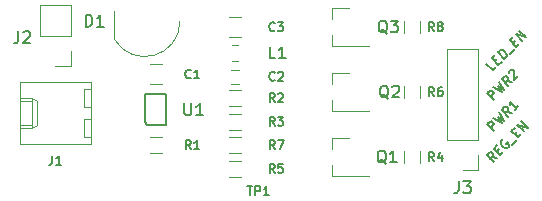
<source format=gto>
G04 #@! TF.GenerationSoftware,KiCad,Pcbnew,5.0.2-bee76a0~70~ubuntu16.04.1*
G04 #@! TF.CreationDate,2019-01-02T15:35:10+05:30*
G04 #@! TF.ProjectId,Ap3403_LED_test,41703334-3033-45f4-9c45-445f74657374,rev?*
G04 #@! TF.SameCoordinates,Original*
G04 #@! TF.FileFunction,Legend,Top*
G04 #@! TF.FilePolarity,Positive*
%FSLAX46Y46*%
G04 Gerber Fmt 4.6, Leading zero omitted, Abs format (unit mm)*
G04 Created by KiCad (PCBNEW 5.0.2-bee76a0~70~ubuntu16.04.1) date Wed Jan  2 15:35:10 2019*
%MOMM*%
%LPD*%
G01*
G04 APERTURE LIST*
%ADD10C,0.200000*%
%ADD11C,0.150000*%
%ADD12C,0.120000*%
G04 APERTURE END LIST*
D10*
X54924534Y-190887276D02*
X54466598Y-190806463D01*
X54601285Y-191210524D02*
X54035600Y-190644839D01*
X54251099Y-190429340D01*
X54331911Y-190402402D01*
X54385786Y-190402402D01*
X54466598Y-190429340D01*
X54547410Y-190510152D01*
X54574348Y-190590964D01*
X54574348Y-190644839D01*
X54547410Y-190725651D01*
X54331911Y-190941150D01*
X54870659Y-190348528D02*
X55059221Y-190159966D01*
X55436345Y-190375465D02*
X55166971Y-190644839D01*
X54601285Y-190079154D01*
X54870659Y-189809780D01*
X55436345Y-189297969D02*
X55355532Y-189324906D01*
X55274720Y-189405719D01*
X55220845Y-189513468D01*
X55220845Y-189621218D01*
X55247783Y-189702030D01*
X55328595Y-189836717D01*
X55409407Y-189917529D01*
X55544094Y-189998341D01*
X55624906Y-190025279D01*
X55732656Y-190025279D01*
X55840406Y-189971404D01*
X55894280Y-189917529D01*
X55948155Y-189809780D01*
X55948155Y-189755905D01*
X55759593Y-189567343D01*
X55651844Y-189675093D01*
X56163654Y-189755905D02*
X56594653Y-189324906D01*
X56379154Y-188840033D02*
X56567715Y-188651471D01*
X56944839Y-188866971D02*
X56675465Y-189136345D01*
X56109780Y-188570659D01*
X56379154Y-188301285D01*
X57187276Y-188624534D02*
X56621590Y-188058849D01*
X57510524Y-188301285D01*
X56944839Y-187735600D01*
X54632284Y-188579526D02*
X54066598Y-188013841D01*
X54282097Y-187798341D01*
X54362910Y-187771404D01*
X54416784Y-187771404D01*
X54497597Y-187798341D01*
X54578409Y-187879154D01*
X54605346Y-187959966D01*
X54605346Y-188013841D01*
X54578409Y-188094653D01*
X54362910Y-188310152D01*
X54578409Y-187502030D02*
X55278781Y-187933028D01*
X54982470Y-187421218D01*
X55494280Y-187717529D01*
X55063282Y-187017157D01*
X56167715Y-187044094D02*
X55709780Y-186963282D01*
X55844467Y-187367343D02*
X55278781Y-186801658D01*
X55494280Y-186586158D01*
X55575093Y-186559221D01*
X55628967Y-186559221D01*
X55709780Y-186586158D01*
X55790592Y-186666971D01*
X55817529Y-186747783D01*
X55817529Y-186801658D01*
X55790592Y-186882470D01*
X55575093Y-187097969D01*
X56706463Y-186505346D02*
X56383215Y-186828595D01*
X56544839Y-186666971D02*
X55979154Y-186101285D01*
X56006091Y-186235972D01*
X56006091Y-186343722D01*
X55979154Y-186424534D01*
X54632284Y-185979526D02*
X54066598Y-185413841D01*
X54282097Y-185198341D01*
X54362910Y-185171404D01*
X54416784Y-185171404D01*
X54497597Y-185198341D01*
X54578409Y-185279154D01*
X54605346Y-185359966D01*
X54605346Y-185413841D01*
X54578409Y-185494653D01*
X54362910Y-185710152D01*
X54578409Y-184902030D02*
X55278781Y-185333028D01*
X54982470Y-184821218D01*
X55494280Y-185117529D01*
X55063282Y-184417157D01*
X56167715Y-184444094D02*
X55709780Y-184363282D01*
X55844467Y-184767343D02*
X55278781Y-184201658D01*
X55494280Y-183986158D01*
X55575093Y-183959221D01*
X55628967Y-183959221D01*
X55709780Y-183986158D01*
X55790592Y-184066971D01*
X55817529Y-184147783D01*
X55817529Y-184201658D01*
X55790592Y-184282470D01*
X55575093Y-184497969D01*
X55871404Y-183716784D02*
X55871404Y-183662910D01*
X55898341Y-183582097D01*
X56033028Y-183447410D01*
X56113841Y-183420473D01*
X56167715Y-183420473D01*
X56248528Y-183447410D01*
X56302402Y-183501285D01*
X56356277Y-183609035D01*
X56356277Y-184255532D01*
X56706463Y-183905346D01*
X54824534Y-183187276D02*
X54555160Y-183456650D01*
X53989475Y-182890964D01*
X54716784Y-182702402D02*
X54905346Y-182513841D01*
X55282470Y-182729340D02*
X55013096Y-182998714D01*
X54447410Y-182433028D01*
X54716784Y-182163654D01*
X55524906Y-182486903D02*
X54959221Y-181921218D01*
X55093908Y-181786531D01*
X55201658Y-181732656D01*
X55309407Y-181732656D01*
X55390219Y-181759593D01*
X55524906Y-181840406D01*
X55605719Y-181921218D01*
X55686531Y-182055905D01*
X55713468Y-182136717D01*
X55713468Y-182244467D01*
X55659593Y-182352216D01*
X55524906Y-182486903D01*
X56009780Y-182109780D02*
X56440778Y-181678781D01*
X56225279Y-181193908D02*
X56413841Y-181005346D01*
X56790964Y-181220845D02*
X56521590Y-181490219D01*
X55955905Y-180924534D01*
X56225279Y-180655160D01*
X57033401Y-180978409D02*
X56467715Y-180412723D01*
X57356650Y-180655160D01*
X56790964Y-180089475D01*
D11*
G04 #@! TO.C,U1*
X25100000Y-187800000D02*
X25300000Y-188100000D01*
X25300000Y-188100000D02*
X26900000Y-188100000D01*
X25100000Y-187800000D02*
X25100000Y-185500000D01*
X25100000Y-185500000D02*
X26900000Y-185500000D01*
X26900000Y-185500000D02*
X26900000Y-188100000D01*
D12*
G04 #@! TO.C,D1*
X28060000Y-179299538D02*
G75*
G02X22510000Y-180844830I-2990000J-462D01*
G01*
X22510000Y-178400000D02*
X22510000Y-180845000D01*
G04 #@! TO.C,Q2*
X40940000Y-183720000D02*
X40940000Y-184650000D01*
X40940000Y-186880000D02*
X40940000Y-185950000D01*
X40940000Y-186880000D02*
X44100000Y-186880000D01*
X40940000Y-183720000D02*
X42400000Y-183720000D01*
G04 #@! TO.C,C1*
X25500000Y-184650000D02*
X26500000Y-184650000D01*
X26500000Y-182950000D02*
X25500000Y-182950000D01*
G04 #@! TO.C,C2*
X32350000Y-183400000D02*
X33050000Y-183400000D01*
X33050000Y-184600000D02*
X32350000Y-184600000D01*
G04 #@! TO.C,C3*
X33200000Y-178950000D02*
X32200000Y-178950000D01*
X32200000Y-180650000D02*
X33200000Y-180650000D01*
G04 #@! TO.C,J1*
X19900000Y-189140000D02*
X20520000Y-189140000D01*
X19900000Y-187540000D02*
X19900000Y-189140000D01*
X20520000Y-187540000D02*
X19900000Y-187540000D01*
X19900000Y-186600000D02*
X20520000Y-186600000D01*
X19900000Y-185000000D02*
X19900000Y-186600000D01*
X20520000Y-185000000D02*
X19900000Y-185000000D01*
X14520000Y-188090000D02*
X15520000Y-188090000D01*
X14520000Y-186050000D02*
X15520000Y-186050000D01*
X15950000Y-188090000D02*
X15520000Y-188340000D01*
X15950000Y-186050000D02*
X15950000Y-188090000D01*
X15520000Y-185800000D02*
X15950000Y-186050000D01*
X15520000Y-188340000D02*
X14520000Y-188340000D01*
X15520000Y-185800000D02*
X15520000Y-188340000D01*
X14520000Y-185800000D02*
X15520000Y-185800000D01*
X20520000Y-189710000D02*
X20520000Y-184430000D01*
X14520000Y-189710000D02*
X20520000Y-189710000D01*
X14520000Y-184430000D02*
X14520000Y-189710000D01*
X20520000Y-184430000D02*
X14520000Y-184430000D01*
G04 #@! TO.C,J2*
X18830000Y-177930000D02*
X16170000Y-177930000D01*
X18830000Y-180530000D02*
X18830000Y-177930000D01*
X16170000Y-180530000D02*
X16170000Y-177930000D01*
X18830000Y-180530000D02*
X16170000Y-180530000D01*
X18830000Y-181800000D02*
X18830000Y-183130000D01*
X18830000Y-183130000D02*
X17500000Y-183130000D01*
G04 #@! TO.C,J3*
X53330000Y-181650000D02*
X50670000Y-181650000D01*
X53330000Y-189330000D02*
X53330000Y-181650000D01*
X50670000Y-189330000D02*
X50670000Y-181650000D01*
X53330000Y-189330000D02*
X50670000Y-189330000D01*
X53330000Y-190600000D02*
X53330000Y-191930000D01*
X53330000Y-191930000D02*
X52000000Y-191930000D01*
G04 #@! TO.C,Q1*
X40940000Y-189220000D02*
X40940000Y-190150000D01*
X40940000Y-192380000D02*
X40940000Y-191450000D01*
X40940000Y-192380000D02*
X44100000Y-192380000D01*
X40940000Y-189220000D02*
X42400000Y-189220000D01*
G04 #@! TO.C,Q3*
X40940000Y-178220000D02*
X42400000Y-178220000D01*
X40940000Y-181380000D02*
X44100000Y-181380000D01*
X40940000Y-181380000D02*
X40940000Y-180450000D01*
X40940000Y-178220000D02*
X40940000Y-179150000D01*
G04 #@! TO.C,R1*
X25500000Y-189120000D02*
X26500000Y-189120000D01*
X26500000Y-190480000D02*
X25500000Y-190480000D01*
G04 #@! TO.C,R2*
X33200000Y-186480000D02*
X32200000Y-186480000D01*
X32200000Y-185120000D02*
X33200000Y-185120000D01*
G04 #@! TO.C,R3*
X33200000Y-188480000D02*
X32200000Y-188480000D01*
X32200000Y-187120000D02*
X33200000Y-187120000D01*
G04 #@! TO.C,R4*
X48380000Y-190300000D02*
X48380000Y-191300000D01*
X47020000Y-191300000D02*
X47020000Y-190300000D01*
G04 #@! TO.C,R5*
X32200000Y-191120000D02*
X33200000Y-191120000D01*
X33200000Y-192480000D02*
X32200000Y-192480000D01*
G04 #@! TO.C,R6*
X47020000Y-185800000D02*
X47020000Y-184800000D01*
X48380000Y-184800000D02*
X48380000Y-185800000D01*
G04 #@! TO.C,R7*
X33200000Y-190480000D02*
X32200000Y-190480000D01*
X32200000Y-189120000D02*
X33200000Y-189120000D01*
G04 #@! TO.C,R8*
X48380000Y-179300000D02*
X48380000Y-180300000D01*
X47020000Y-180300000D02*
X47020000Y-179300000D01*
G04 #@! TO.C,L1*
X32438748Y-181290000D02*
X32961252Y-181290000D01*
X32438748Y-182710000D02*
X32961252Y-182710000D01*
G04 #@! TO.C,U1*
D11*
X28438095Y-186252380D02*
X28438095Y-187061904D01*
X28485714Y-187157142D01*
X28533333Y-187204761D01*
X28628571Y-187252380D01*
X28819047Y-187252380D01*
X28914285Y-187204761D01*
X28961904Y-187157142D01*
X29009523Y-187061904D01*
X29009523Y-186252380D01*
X30009523Y-187252380D02*
X29438095Y-187252380D01*
X29723809Y-187252380D02*
X29723809Y-186252380D01*
X29628571Y-186395238D01*
X29533333Y-186490476D01*
X29438095Y-186538095D01*
G04 #@! TO.C,D1*
X20061904Y-179752380D02*
X20061904Y-178752380D01*
X20300000Y-178752380D01*
X20442857Y-178800000D01*
X20538095Y-178895238D01*
X20585714Y-178990476D01*
X20633333Y-179180952D01*
X20633333Y-179323809D01*
X20585714Y-179514285D01*
X20538095Y-179609523D01*
X20442857Y-179704761D01*
X20300000Y-179752380D01*
X20061904Y-179752380D01*
X21585714Y-179752380D02*
X21014285Y-179752380D01*
X21300000Y-179752380D02*
X21300000Y-178752380D01*
X21204761Y-178895238D01*
X21109523Y-178990476D01*
X21014285Y-179038095D01*
G04 #@! TO.C,Q2*
X45704761Y-185847619D02*
X45609523Y-185800000D01*
X45514285Y-185704761D01*
X45371428Y-185561904D01*
X45276190Y-185514285D01*
X45180952Y-185514285D01*
X45228571Y-185752380D02*
X45133333Y-185704761D01*
X45038095Y-185609523D01*
X44990476Y-185419047D01*
X44990476Y-185085714D01*
X45038095Y-184895238D01*
X45133333Y-184800000D01*
X45228571Y-184752380D01*
X45419047Y-184752380D01*
X45514285Y-184800000D01*
X45609523Y-184895238D01*
X45657142Y-185085714D01*
X45657142Y-185419047D01*
X45609523Y-185609523D01*
X45514285Y-185704761D01*
X45419047Y-185752380D01*
X45228571Y-185752380D01*
X46038095Y-184847619D02*
X46085714Y-184800000D01*
X46180952Y-184752380D01*
X46419047Y-184752380D01*
X46514285Y-184800000D01*
X46561904Y-184847619D01*
X46609523Y-184942857D01*
X46609523Y-185038095D01*
X46561904Y-185180952D01*
X45990476Y-185752380D01*
X46609523Y-185752380D01*
G04 #@! TO.C,C1*
X28975000Y-184067857D02*
X28939285Y-184103571D01*
X28832142Y-184139285D01*
X28760714Y-184139285D01*
X28653571Y-184103571D01*
X28582142Y-184032142D01*
X28546428Y-183960714D01*
X28510714Y-183817857D01*
X28510714Y-183710714D01*
X28546428Y-183567857D01*
X28582142Y-183496428D01*
X28653571Y-183425000D01*
X28760714Y-183389285D01*
X28832142Y-183389285D01*
X28939285Y-183425000D01*
X28975000Y-183460714D01*
X29689285Y-184139285D02*
X29260714Y-184139285D01*
X29475000Y-184139285D02*
X29475000Y-183389285D01*
X29403571Y-183496428D01*
X29332142Y-183567857D01*
X29260714Y-183603571D01*
G04 #@! TO.C,C2*
X36075000Y-184267857D02*
X36039285Y-184303571D01*
X35932142Y-184339285D01*
X35860714Y-184339285D01*
X35753571Y-184303571D01*
X35682142Y-184232142D01*
X35646428Y-184160714D01*
X35610714Y-184017857D01*
X35610714Y-183910714D01*
X35646428Y-183767857D01*
X35682142Y-183696428D01*
X35753571Y-183625000D01*
X35860714Y-183589285D01*
X35932142Y-183589285D01*
X36039285Y-183625000D01*
X36075000Y-183660714D01*
X36360714Y-183660714D02*
X36396428Y-183625000D01*
X36467857Y-183589285D01*
X36646428Y-183589285D01*
X36717857Y-183625000D01*
X36753571Y-183660714D01*
X36789285Y-183732142D01*
X36789285Y-183803571D01*
X36753571Y-183910714D01*
X36325000Y-184339285D01*
X36789285Y-184339285D01*
G04 #@! TO.C,C3*
X36075000Y-180067857D02*
X36039285Y-180103571D01*
X35932142Y-180139285D01*
X35860714Y-180139285D01*
X35753571Y-180103571D01*
X35682142Y-180032142D01*
X35646428Y-179960714D01*
X35610714Y-179817857D01*
X35610714Y-179710714D01*
X35646428Y-179567857D01*
X35682142Y-179496428D01*
X35753571Y-179425000D01*
X35860714Y-179389285D01*
X35932142Y-179389285D01*
X36039285Y-179425000D01*
X36075000Y-179460714D01*
X36325000Y-179389285D02*
X36789285Y-179389285D01*
X36539285Y-179675000D01*
X36646428Y-179675000D01*
X36717857Y-179710714D01*
X36753571Y-179746428D01*
X36789285Y-179817857D01*
X36789285Y-179996428D01*
X36753571Y-180067857D01*
X36717857Y-180103571D01*
X36646428Y-180139285D01*
X36432142Y-180139285D01*
X36360714Y-180103571D01*
X36325000Y-180067857D01*
G04 #@! TO.C,J1*
X17250000Y-190689285D02*
X17250000Y-191225000D01*
X17214285Y-191332142D01*
X17142857Y-191403571D01*
X17035714Y-191439285D01*
X16964285Y-191439285D01*
X18000000Y-191439285D02*
X17571428Y-191439285D01*
X17785714Y-191439285D02*
X17785714Y-190689285D01*
X17714285Y-190796428D01*
X17642857Y-190867857D01*
X17571428Y-190903571D01*
G04 #@! TO.C,J2*
X14366666Y-180152380D02*
X14366666Y-180866666D01*
X14319047Y-181009523D01*
X14223809Y-181104761D01*
X14080952Y-181152380D01*
X13985714Y-181152380D01*
X14795238Y-180247619D02*
X14842857Y-180200000D01*
X14938095Y-180152380D01*
X15176190Y-180152380D01*
X15271428Y-180200000D01*
X15319047Y-180247619D01*
X15366666Y-180342857D01*
X15366666Y-180438095D01*
X15319047Y-180580952D01*
X14747619Y-181152380D01*
X15366666Y-181152380D01*
G04 #@! TO.C,J3*
X51666666Y-192852380D02*
X51666666Y-193566666D01*
X51619047Y-193709523D01*
X51523809Y-193804761D01*
X51380952Y-193852380D01*
X51285714Y-193852380D01*
X52047619Y-192852380D02*
X52666666Y-192852380D01*
X52333333Y-193233333D01*
X52476190Y-193233333D01*
X52571428Y-193280952D01*
X52619047Y-193328571D01*
X52666666Y-193423809D01*
X52666666Y-193661904D01*
X52619047Y-193757142D01*
X52571428Y-193804761D01*
X52476190Y-193852380D01*
X52190476Y-193852380D01*
X52095238Y-193804761D01*
X52047619Y-193757142D01*
G04 #@! TO.C,Q1*
X45504761Y-191347619D02*
X45409523Y-191300000D01*
X45314285Y-191204761D01*
X45171428Y-191061904D01*
X45076190Y-191014285D01*
X44980952Y-191014285D01*
X45028571Y-191252380D02*
X44933333Y-191204761D01*
X44838095Y-191109523D01*
X44790476Y-190919047D01*
X44790476Y-190585714D01*
X44838095Y-190395238D01*
X44933333Y-190300000D01*
X45028571Y-190252380D01*
X45219047Y-190252380D01*
X45314285Y-190300000D01*
X45409523Y-190395238D01*
X45457142Y-190585714D01*
X45457142Y-190919047D01*
X45409523Y-191109523D01*
X45314285Y-191204761D01*
X45219047Y-191252380D01*
X45028571Y-191252380D01*
X46409523Y-191252380D02*
X45838095Y-191252380D01*
X46123809Y-191252380D02*
X46123809Y-190252380D01*
X46028571Y-190395238D01*
X45933333Y-190490476D01*
X45838095Y-190538095D01*
G04 #@! TO.C,Q3*
X45604761Y-180347619D02*
X45509523Y-180300000D01*
X45414285Y-180204761D01*
X45271428Y-180061904D01*
X45176190Y-180014285D01*
X45080952Y-180014285D01*
X45128571Y-180252380D02*
X45033333Y-180204761D01*
X44938095Y-180109523D01*
X44890476Y-179919047D01*
X44890476Y-179585714D01*
X44938095Y-179395238D01*
X45033333Y-179300000D01*
X45128571Y-179252380D01*
X45319047Y-179252380D01*
X45414285Y-179300000D01*
X45509523Y-179395238D01*
X45557142Y-179585714D01*
X45557142Y-179919047D01*
X45509523Y-180109523D01*
X45414285Y-180204761D01*
X45319047Y-180252380D01*
X45128571Y-180252380D01*
X45890476Y-179252380D02*
X46509523Y-179252380D01*
X46176190Y-179633333D01*
X46319047Y-179633333D01*
X46414285Y-179680952D01*
X46461904Y-179728571D01*
X46509523Y-179823809D01*
X46509523Y-180061904D01*
X46461904Y-180157142D01*
X46414285Y-180204761D01*
X46319047Y-180252380D01*
X46033333Y-180252380D01*
X45938095Y-180204761D01*
X45890476Y-180157142D01*
G04 #@! TO.C,R1*
X28975000Y-190139285D02*
X28725000Y-189782142D01*
X28546428Y-190139285D02*
X28546428Y-189389285D01*
X28832142Y-189389285D01*
X28903571Y-189425000D01*
X28939285Y-189460714D01*
X28975000Y-189532142D01*
X28975000Y-189639285D01*
X28939285Y-189710714D01*
X28903571Y-189746428D01*
X28832142Y-189782142D01*
X28546428Y-189782142D01*
X29689285Y-190139285D02*
X29260714Y-190139285D01*
X29475000Y-190139285D02*
X29475000Y-189389285D01*
X29403571Y-189496428D01*
X29332142Y-189567857D01*
X29260714Y-189603571D01*
G04 #@! TO.C,R2*
X36075000Y-186139285D02*
X35825000Y-185782142D01*
X35646428Y-186139285D02*
X35646428Y-185389285D01*
X35932142Y-185389285D01*
X36003571Y-185425000D01*
X36039285Y-185460714D01*
X36075000Y-185532142D01*
X36075000Y-185639285D01*
X36039285Y-185710714D01*
X36003571Y-185746428D01*
X35932142Y-185782142D01*
X35646428Y-185782142D01*
X36360714Y-185460714D02*
X36396428Y-185425000D01*
X36467857Y-185389285D01*
X36646428Y-185389285D01*
X36717857Y-185425000D01*
X36753571Y-185460714D01*
X36789285Y-185532142D01*
X36789285Y-185603571D01*
X36753571Y-185710714D01*
X36325000Y-186139285D01*
X36789285Y-186139285D01*
G04 #@! TO.C,R3*
X36075000Y-188139285D02*
X35825000Y-187782142D01*
X35646428Y-188139285D02*
X35646428Y-187389285D01*
X35932142Y-187389285D01*
X36003571Y-187425000D01*
X36039285Y-187460714D01*
X36075000Y-187532142D01*
X36075000Y-187639285D01*
X36039285Y-187710714D01*
X36003571Y-187746428D01*
X35932142Y-187782142D01*
X35646428Y-187782142D01*
X36325000Y-187389285D02*
X36789285Y-187389285D01*
X36539285Y-187675000D01*
X36646428Y-187675000D01*
X36717857Y-187710714D01*
X36753571Y-187746428D01*
X36789285Y-187817857D01*
X36789285Y-187996428D01*
X36753571Y-188067857D01*
X36717857Y-188103571D01*
X36646428Y-188139285D01*
X36432142Y-188139285D01*
X36360714Y-188103571D01*
X36325000Y-188067857D01*
G04 #@! TO.C,R4*
X49575000Y-191139285D02*
X49325000Y-190782142D01*
X49146428Y-191139285D02*
X49146428Y-190389285D01*
X49432142Y-190389285D01*
X49503571Y-190425000D01*
X49539285Y-190460714D01*
X49575000Y-190532142D01*
X49575000Y-190639285D01*
X49539285Y-190710714D01*
X49503571Y-190746428D01*
X49432142Y-190782142D01*
X49146428Y-190782142D01*
X50217857Y-190639285D02*
X50217857Y-191139285D01*
X50039285Y-190353571D02*
X49860714Y-190889285D01*
X50325000Y-190889285D01*
G04 #@! TO.C,R5*
X36075000Y-192139285D02*
X35825000Y-191782142D01*
X35646428Y-192139285D02*
X35646428Y-191389285D01*
X35932142Y-191389285D01*
X36003571Y-191425000D01*
X36039285Y-191460714D01*
X36075000Y-191532142D01*
X36075000Y-191639285D01*
X36039285Y-191710714D01*
X36003571Y-191746428D01*
X35932142Y-191782142D01*
X35646428Y-191782142D01*
X36753571Y-191389285D02*
X36396428Y-191389285D01*
X36360714Y-191746428D01*
X36396428Y-191710714D01*
X36467857Y-191675000D01*
X36646428Y-191675000D01*
X36717857Y-191710714D01*
X36753571Y-191746428D01*
X36789285Y-191817857D01*
X36789285Y-191996428D01*
X36753571Y-192067857D01*
X36717857Y-192103571D01*
X36646428Y-192139285D01*
X36467857Y-192139285D01*
X36396428Y-192103571D01*
X36360714Y-192067857D01*
G04 #@! TO.C,R6*
X49575000Y-185639285D02*
X49325000Y-185282142D01*
X49146428Y-185639285D02*
X49146428Y-184889285D01*
X49432142Y-184889285D01*
X49503571Y-184925000D01*
X49539285Y-184960714D01*
X49575000Y-185032142D01*
X49575000Y-185139285D01*
X49539285Y-185210714D01*
X49503571Y-185246428D01*
X49432142Y-185282142D01*
X49146428Y-185282142D01*
X50217857Y-184889285D02*
X50075000Y-184889285D01*
X50003571Y-184925000D01*
X49967857Y-184960714D01*
X49896428Y-185067857D01*
X49860714Y-185210714D01*
X49860714Y-185496428D01*
X49896428Y-185567857D01*
X49932142Y-185603571D01*
X50003571Y-185639285D01*
X50146428Y-185639285D01*
X50217857Y-185603571D01*
X50253571Y-185567857D01*
X50289285Y-185496428D01*
X50289285Y-185317857D01*
X50253571Y-185246428D01*
X50217857Y-185210714D01*
X50146428Y-185175000D01*
X50003571Y-185175000D01*
X49932142Y-185210714D01*
X49896428Y-185246428D01*
X49860714Y-185317857D01*
G04 #@! TO.C,R7*
X36075000Y-190139285D02*
X35825000Y-189782142D01*
X35646428Y-190139285D02*
X35646428Y-189389285D01*
X35932142Y-189389285D01*
X36003571Y-189425000D01*
X36039285Y-189460714D01*
X36075000Y-189532142D01*
X36075000Y-189639285D01*
X36039285Y-189710714D01*
X36003571Y-189746428D01*
X35932142Y-189782142D01*
X35646428Y-189782142D01*
X36325000Y-189389285D02*
X36825000Y-189389285D01*
X36503571Y-190139285D01*
G04 #@! TO.C,R8*
X49575000Y-180139285D02*
X49325000Y-179782142D01*
X49146428Y-180139285D02*
X49146428Y-179389285D01*
X49432142Y-179389285D01*
X49503571Y-179425000D01*
X49539285Y-179460714D01*
X49575000Y-179532142D01*
X49575000Y-179639285D01*
X49539285Y-179710714D01*
X49503571Y-179746428D01*
X49432142Y-179782142D01*
X49146428Y-179782142D01*
X50003571Y-179710714D02*
X49932142Y-179675000D01*
X49896428Y-179639285D01*
X49860714Y-179567857D01*
X49860714Y-179532142D01*
X49896428Y-179460714D01*
X49932142Y-179425000D01*
X50003571Y-179389285D01*
X50146428Y-179389285D01*
X50217857Y-179425000D01*
X50253571Y-179460714D01*
X50289285Y-179532142D01*
X50289285Y-179567857D01*
X50253571Y-179639285D01*
X50217857Y-179675000D01*
X50146428Y-179710714D01*
X50003571Y-179710714D01*
X49932142Y-179746428D01*
X49896428Y-179782142D01*
X49860714Y-179853571D01*
X49860714Y-179996428D01*
X49896428Y-180067857D01*
X49932142Y-180103571D01*
X50003571Y-180139285D01*
X50146428Y-180139285D01*
X50217857Y-180103571D01*
X50253571Y-180067857D01*
X50289285Y-179996428D01*
X50289285Y-179853571D01*
X50253571Y-179782142D01*
X50217857Y-179746428D01*
X50146428Y-179710714D01*
G04 #@! TO.C,TP1*
X33753571Y-193289285D02*
X34182142Y-193289285D01*
X33967857Y-194039285D02*
X33967857Y-193289285D01*
X34432142Y-194039285D02*
X34432142Y-193289285D01*
X34717857Y-193289285D01*
X34789285Y-193325000D01*
X34825000Y-193360714D01*
X34860714Y-193432142D01*
X34860714Y-193539285D01*
X34825000Y-193610714D01*
X34789285Y-193646428D01*
X34717857Y-193682142D01*
X34432142Y-193682142D01*
X35575000Y-194039285D02*
X35146428Y-194039285D01*
X35360714Y-194039285D02*
X35360714Y-193289285D01*
X35289285Y-193396428D01*
X35217857Y-193467857D01*
X35146428Y-193503571D01*
G04 #@! TO.C,L1*
X36133333Y-182452380D02*
X35657142Y-182452380D01*
X35657142Y-181452380D01*
X36990476Y-182452380D02*
X36419047Y-182452380D01*
X36704761Y-182452380D02*
X36704761Y-181452380D01*
X36609523Y-181595238D01*
X36514285Y-181690476D01*
X36419047Y-181738095D01*
G04 #@! TD*
M02*

</source>
